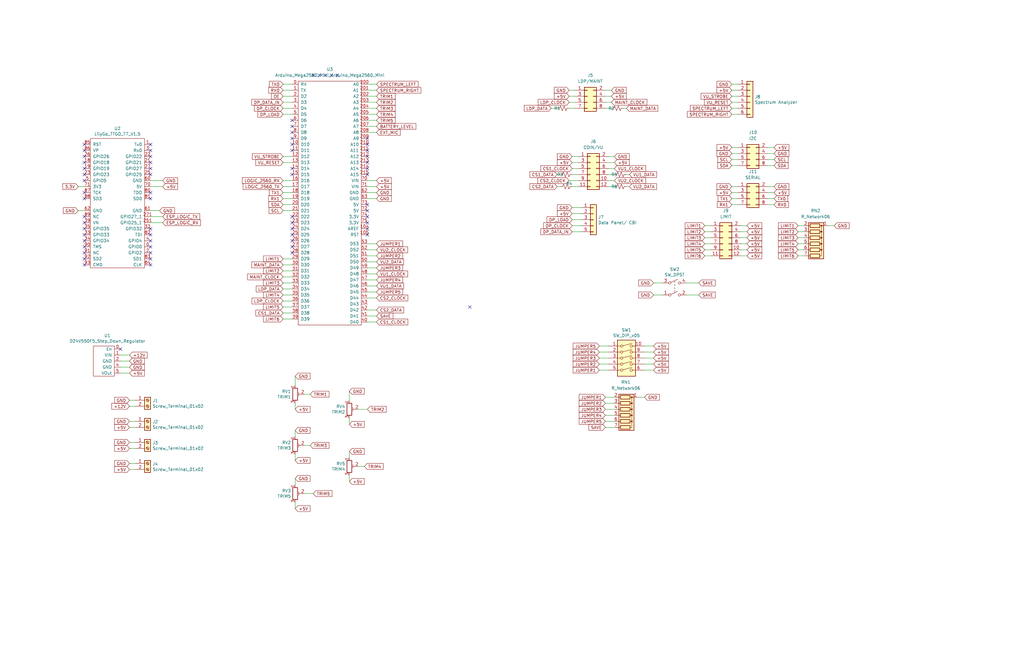
<source format=kicad_sch>
(kicad_sch (version 20211123) (generator eeschema)
  (paper "USLedger")
  (no_connect (at 63.5 73.66))
  (no_connect (at 35.56 63.5))
  (no_connect (at 63.5 111.76))
  (no_connect (at 35.56 66.04))
  (no_connect (at 123.19 73.66))
  (no_connect (at 123.19 60.96))
  (no_connect (at 123.19 106.68))
  (no_connect (at 154.94 73.66))
  (no_connect (at 154.94 66.04))
  (no_connect (at 142.24 31.75))
  (no_connect (at 63.5 99.06))
  (no_connect (at 35.56 91.44))
  (no_connect (at 123.19 71.12))
  (no_connect (at 123.19 63.5))
  (no_connect (at 154.94 99.06))
  (no_connect (at 154.94 96.52))
  (no_connect (at 154.94 93.98))
  (no_connect (at 154.94 91.44))
  (no_connect (at 154.94 88.9))
  (no_connect (at 154.94 86.36))
  (no_connect (at 198.12 129.54))
  (no_connect (at 123.19 93.98))
  (no_connect (at 123.19 99.06))
  (no_connect (at 63.5 68.58))
  (no_connect (at 35.56 68.58))
  (no_connect (at 123.19 91.44))
  (no_connect (at 139.7 31.75))
  (no_connect (at 154.94 58.42))
  (no_connect (at 35.56 106.68))
  (no_connect (at 63.5 71.12))
  (no_connect (at 123.19 58.42))
  (no_connect (at 35.56 60.96))
  (no_connect (at 35.56 99.06))
  (no_connect (at 35.56 104.14))
  (no_connect (at 134.62 31.75))
  (no_connect (at 35.56 76.2))
  (no_connect (at 154.94 60.96))
  (no_connect (at 63.5 106.68))
  (no_connect (at 63.5 83.82))
  (no_connect (at 154.94 71.12))
  (no_connect (at 123.19 53.34))
  (no_connect (at 132.08 31.75))
  (no_connect (at 123.19 55.88))
  (no_connect (at 123.19 104.14))
  (no_connect (at 35.56 81.28))
  (no_connect (at 50.8 147.32))
  (no_connect (at 35.56 109.22))
  (no_connect (at 63.5 81.28))
  (no_connect (at 123.19 101.6))
  (no_connect (at 154.94 63.5))
  (no_connect (at 63.5 60.96))
  (no_connect (at 63.5 96.52))
  (no_connect (at 35.56 73.66))
  (no_connect (at 63.5 63.5))
  (no_connect (at 35.56 96.52))
  (no_connect (at 63.5 66.04))
  (no_connect (at 35.56 83.82))
  (no_connect (at 35.56 93.98))
  (no_connect (at 35.56 111.76))
  (no_connect (at 35.56 71.12))
  (no_connect (at 154.94 68.58))
  (no_connect (at 63.5 101.6))
  (no_connect (at 63.5 104.14))
  (no_connect (at 63.5 109.22))
  (no_connect (at 35.56 101.6))
  (no_connect (at 123.19 50.8))
  (no_connect (at 137.16 31.75))
  (no_connect (at 123.19 96.52))
  (wire (pts (xy 154.94 38.1) (xy 158.75 38.1)))
  (wire (pts (xy 264.16 73.66) (xy 265.43 73.66)))
  (wire (pts (xy 154.94 50.8) (xy 158.75 50.8)))
  (wire (pts (xy 154.94 115.57) (xy 158.75 115.57)))
  (wire (pts (xy 124.46 162.56) (xy 124.46 158.75)))
  (wire (pts (xy 349.25 95.25) (xy 351.79 95.25)))
  (wire (pts (xy 154.94 125.73) (xy 158.75 125.73)))
  (wire (pts (xy 154.94 118.11) (xy 158.75 118.11)))
  (wire (pts (xy 299.72 100.33) (xy 297.18 100.33)))
  (wire (pts (xy 123.19 43.18) (xy 119.38 43.18)))
  (wire (pts (xy 147.32 176.53) (xy 147.32 179.07)))
  (wire (pts (xy 50.8 154.94) (xy 54.61 154.94)))
  (wire (pts (xy 323.85 64.77) (xy 326.39 64.77)))
  (wire (pts (xy 147.32 193.04) (xy 147.32 190.5)))
  (wire (pts (xy 311.15 35.56) (xy 308.61 35.56)))
  (wire (pts (xy 57.15 198.12) (xy 54.61 198.12)))
  (wire (pts (xy 262.89 45.72) (xy 264.16 45.72)))
  (wire (pts (xy 151.13 172.72) (xy 154.94 172.72)))
  (wire (pts (xy 57.15 171.45) (xy 54.61 171.45)))
  (wire (pts (xy 123.19 134.62) (xy 119.38 134.62)))
  (wire (pts (xy 323.85 67.31) (xy 326.39 67.31)))
  (wire (pts (xy 311.15 62.23) (xy 308.61 62.23)))
  (wire (pts (xy 57.15 189.23) (xy 54.61 189.23)))
  (wire (pts (xy 256.54 151.13) (xy 252.73 151.13)))
  (wire (pts (xy 57.15 195.58) (xy 54.61 195.58)))
  (wire (pts (xy 299.72 105.41) (xy 297.18 105.41)))
  (wire (pts (xy 289.56 119.38) (xy 294.64 119.38)))
  (wire (pts (xy 123.19 132.08) (xy 119.38 132.08)))
  (wire (pts (xy 255.27 38.1) (xy 257.81 38.1)))
  (wire (pts (xy 312.42 97.79) (xy 314.96 97.79)))
  (wire (pts (xy 63.5 91.44) (xy 68.58 91.44)))
  (wire (pts (xy 123.19 119.38) (xy 119.38 119.38)))
  (wire (pts (xy 147.32 200.66) (xy 147.32 203.2)))
  (wire (pts (xy 242.57 38.1) (xy 240.03 38.1)))
  (wire (pts (xy 312.42 105.41) (xy 314.96 105.41)))
  (wire (pts (xy 123.19 81.28) (xy 119.38 81.28)))
  (wire (pts (xy 154.94 102.87) (xy 158.75 102.87)))
  (wire (pts (xy 123.19 38.1) (xy 119.38 38.1)))
  (wire (pts (xy 271.78 146.05) (xy 275.59 146.05)))
  (wire (pts (xy 255.27 45.72) (xy 257.81 45.72)))
  (wire (pts (xy 323.85 83.82) (xy 326.39 83.82)))
  (wire (pts (xy 123.19 124.46) (xy 119.38 124.46)))
  (wire (pts (xy 123.19 76.2) (xy 119.38 76.2)))
  (wire (pts (xy 123.19 127) (xy 119.38 127)))
  (wire (pts (xy 123.19 116.84) (xy 119.38 116.84)))
  (wire (pts (xy 154.94 78.74) (xy 158.75 78.74)))
  (wire (pts (xy 311.15 67.31) (xy 308.61 67.31)))
  (wire (pts (xy 154.94 55.88) (xy 158.75 55.88)))
  (wire (pts (xy 57.15 186.69) (xy 54.61 186.69)))
  (wire (pts (xy 311.15 45.72) (xy 308.61 45.72)))
  (wire (pts (xy 147.32 168.91) (xy 147.32 165.1)))
  (wire (pts (xy 245.11 97.79) (xy 241.3 97.79)))
  (wire (pts (xy 63.5 76.2) (xy 68.58 76.2)))
  (wire (pts (xy 154.94 135.89) (xy 158.75 135.89)))
  (wire (pts (xy 63.5 88.9) (xy 67.31 88.9)))
  (wire (pts (xy 50.8 149.86) (xy 54.61 149.86)))
  (wire (pts (xy 124.46 204.47) (xy 124.46 201.93)))
  (wire (pts (xy 256.54 78.74) (xy 259.08 78.74)))
  (wire (pts (xy 279.4 124.46) (xy 275.59 124.46)))
  (wire (pts (xy 123.19 35.56) (xy 119.38 35.56)))
  (wire (pts (xy 242.57 43.18) (xy 240.03 43.18)))
  (wire (pts (xy 299.72 97.79) (xy 297.18 97.79)))
  (wire (pts (xy 339.09 100.33) (xy 336.55 100.33)))
  (wire (pts (xy 245.11 87.63) (xy 241.3 87.63)))
  (wire (pts (xy 154.94 105.41) (xy 158.75 105.41)))
  (wire (pts (xy 123.19 78.74) (xy 119.38 78.74)))
  (wire (pts (xy 299.72 95.25) (xy 297.18 95.25)))
  (wire (pts (xy 123.19 86.36) (xy 119.38 86.36)))
  (wire (pts (xy 256.54 66.04) (xy 259.08 66.04)))
  (wire (pts (xy 312.42 107.95) (xy 314.96 107.95)))
  (wire (pts (xy 154.94 43.18) (xy 158.75 43.18)))
  (wire (pts (xy 259.08 172.72) (xy 255.27 172.72)))
  (wire (pts (xy 311.15 78.74) (xy 308.61 78.74)))
  (wire (pts (xy 311.15 86.36) (xy 308.61 86.36)))
  (wire (pts (xy 245.11 90.17) (xy 241.3 90.17)))
  (wire (pts (xy 339.09 107.95) (xy 336.55 107.95)))
  (wire (pts (xy 311.15 48.26) (xy 308.61 48.26)))
  (wire (pts (xy 311.15 38.1) (xy 308.61 38.1)))
  (wire (pts (xy 259.08 177.8) (xy 255.27 177.8)))
  (wire (pts (xy 50.8 157.48) (xy 54.61 157.48)))
  (wire (pts (xy 154.94 53.34) (xy 158.75 53.34)))
  (wire (pts (xy 256.54 71.12) (xy 259.08 71.12)))
  (wire (pts (xy 256.54 148.59) (xy 252.73 148.59)))
  (wire (pts (xy 236.22 78.74) (xy 234.95 78.74)))
  (wire (pts (xy 256.54 76.2) (xy 259.08 76.2)))
  (wire (pts (xy 57.15 177.8) (xy 54.61 177.8)))
  (wire (pts (xy 123.19 83.82) (xy 119.38 83.82)))
  (wire (pts (xy 256.54 153.67) (xy 252.73 153.67)))
  (wire (pts (xy 154.94 40.64) (xy 158.75 40.64)))
  (wire (pts (xy 154.94 110.49) (xy 158.75 110.49)))
  (wire (pts (xy 35.56 78.74) (xy 33.02 78.74)))
  (wire (pts (xy 242.57 40.64) (xy 240.03 40.64)))
  (wire (pts (xy 323.85 69.85) (xy 326.39 69.85)))
  (wire (pts (xy 264.16 78.74) (xy 265.43 78.74)))
  (wire (pts (xy 123.19 129.54) (xy 119.38 129.54)))
  (wire (pts (xy 128.27 187.96) (xy 130.81 187.96)))
  (wire (pts (xy 154.94 76.2) (xy 158.75 76.2)))
  (wire (pts (xy 255.27 43.18) (xy 257.81 43.18)))
  (wire (pts (xy 243.84 71.12) (xy 241.3 71.12)))
  (wire (pts (xy 123.19 121.92) (xy 119.38 121.92)))
  (wire (pts (xy 234.95 45.72) (xy 232.41 45.72)))
  (wire (pts (xy 256.54 156.21) (xy 252.73 156.21)))
  (wire (pts (xy 154.94 35.56) (xy 158.75 35.56)))
  (wire (pts (xy 123.19 68.58) (xy 119.38 68.58)))
  (wire (pts (xy 154.94 120.65) (xy 158.75 120.65)))
  (wire (pts (xy 312.42 95.25) (xy 314.96 95.25)))
  (wire (pts (xy 154.94 83.82) (xy 158.75 83.82)))
  (wire (pts (xy 242.57 45.72) (xy 240.03 45.72)))
  (wire (pts (xy 256.54 68.58) (xy 259.08 68.58)))
  (wire (pts (xy 279.4 119.38) (xy 275.59 119.38)))
  (wire (pts (xy 271.78 148.59) (xy 275.59 148.59)))
  (wire (pts (xy 123.19 88.9) (xy 119.38 88.9)))
  (wire (pts (xy 323.85 81.28) (xy 326.39 81.28)))
  (wire (pts (xy 154.94 107.95) (xy 158.75 107.95)))
  (wire (pts (xy 123.19 109.22) (xy 119.38 109.22)))
  (wire (pts (xy 154.94 113.03) (xy 158.75 113.03)))
  (wire (pts (xy 323.85 62.23) (xy 326.39 62.23)))
  (wire (pts (xy 240.03 76.2) (xy 243.84 76.2)))
  (wire (pts (xy 271.78 153.67) (xy 275.59 153.67)))
  (wire (pts (xy 63.5 93.98) (xy 68.58 93.98)))
  (wire (pts (xy 128.27 208.28) (xy 132.08 208.28)))
  (wire (pts (xy 271.78 156.21) (xy 275.59 156.21)))
  (wire (pts (xy 154.94 48.26) (xy 158.75 48.26)))
  (wire (pts (xy 311.15 69.85) (xy 308.61 69.85)))
  (wire (pts (xy 124.46 170.18) (xy 124.46 172.72)))
  (wire (pts (xy 57.15 168.91) (xy 54.61 168.91)))
  (wire (pts (xy 123.19 111.76) (xy 119.38 111.76)))
  (wire (pts (xy 123.19 66.04) (xy 119.38 66.04)))
  (wire (pts (xy 339.09 102.87) (xy 336.55 102.87)))
  (wire (pts (xy 128.27 166.37) (xy 130.81 166.37)))
  (wire (pts (xy 259.08 167.64) (xy 255.27 167.64)))
  (wire (pts (xy 123.19 40.64) (xy 119.38 40.64)))
  (wire (pts (xy 245.11 92.71) (xy 241.3 92.71)))
  (wire (pts (xy 256.54 73.66) (xy 259.08 73.66)))
  (wire (pts (xy 63.5 78.74) (xy 68.58 78.74)))
  (wire (pts (xy 311.15 81.28) (xy 308.61 81.28)))
  (wire (pts (xy 123.19 45.72) (xy 119.38 45.72)))
  (wire (pts (xy 124.46 212.09) (xy 124.46 214.63)))
  (wire (pts (xy 154.94 130.81) (xy 158.75 130.81)))
  (wire (pts (xy 243.84 66.04) (xy 241.3 66.04)))
  (wire (pts (xy 311.15 83.82) (xy 308.61 83.82)))
  (wire (pts (xy 311.15 43.18) (xy 308.61 43.18)))
  (wire (pts (xy 123.19 114.3) (xy 119.38 114.3)))
  (wire (pts (xy 339.09 97.79) (xy 336.55 97.79)))
  (wire (pts (xy 339.09 95.25) (xy 336.55 95.25)))
  (wire (pts (xy 299.72 107.95) (xy 297.18 107.95)))
  (wire (pts (xy 299.72 102.87) (xy 297.18 102.87)))
  (wire (pts (xy 151.13 196.85) (xy 153.67 196.85)))
  (wire (pts (xy 243.84 68.58) (xy 241.3 68.58)))
  (wire (pts (xy 245.11 95.25) (xy 241.3 95.25)))
  (wire (pts (xy 269.24 167.64) (xy 271.78 167.64)))
  (wire (pts (xy 323.85 78.74) (xy 326.39 78.74)))
  (wire (pts (xy 154.94 123.19) (xy 158.75 123.19)))
  (wire (pts (xy 311.15 40.64) (xy 308.61 40.64)))
  (wire (pts (xy 312.42 102.87) (xy 314.96 102.87)))
  (wire (pts (xy 35.56 88.9) (xy 33.02 88.9)))
  (wire (pts (xy 124.46 184.15) (xy 124.46 181.61)))
  (wire (pts (xy 154.94 81.28) (xy 158.75 81.28)))
  (wire (pts (xy 154.94 45.72) (xy 158.75 45.72)))
  (wire (pts (xy 259.08 175.26) (xy 255.27 175.26)))
  (wire (pts (xy 243.84 78.74) (xy 241.3 78.74)))
  (wire (pts (xy 57.15 180.34) (xy 54.61 180.34)))
  (wire (pts (xy 124.46 191.77) (xy 124.46 194.31)))
  (wire (pts (xy 271.78 151.13) (xy 275.59 151.13)))
  (wire (pts (xy 154.94 133.35) (xy 158.75 133.35)))
  (wire (pts (xy 289.56 124.46) (xy 294.64 124.46)))
  (wire (pts (xy 123.19 48.26) (xy 119.38 48.26)))
  (wire (pts (xy 236.22 73.66) (xy 234.95 73.66)))
  (wire (pts (xy 259.08 180.34) (xy 255.27 180.34)))
  (wire (pts (xy 323.85 86.36) (xy 326.39 86.36)))
  (wire (pts (xy 311.15 64.77) (xy 308.61 64.77)))
  (wire (pts (xy 339.09 105.41) (xy 336.55 105.41)))
  (wire (pts (xy 50.8 152.4) (xy 54.61 152.4)))
  (wire (pts (xy 255.27 40.64) (xy 257.81 40.64)))
  (wire (pts (xy 259.08 170.18) (xy 255.27 170.18)))
  (wire (pts (xy 243.84 73.66) (xy 241.3 73.66)))
  (wire (pts (xy 256.54 146.05) (xy 252.73 146.05)))
  (wire (pts (xy 312.42 100.33) (xy 314.96 100.33)))
  (global_label "JUMPER3" (shape input) (at 255.27 172.72 180) (property "Intersheet References" "${INTERSHEET_REFS}" (effects hide)))
  (global_label "+5V" (shape input) (at 241.3 90.17 180) (property "Intersheet References" "${INTERSHEET_REFS}" (effects hide)))
  (global_label "GND" (shape input) (at 68.58 76.2 0) (property "Intersheet References" "${INTERSHEET_REFS}" (effects hide)))
  (global_label "LIMIT4" (shape input) (at 336.55 102.87 180) (property "Intersheet References" "${INTERSHEET_REFS}" (effects hide)))
  (global_label "LIMIT4" (shape input) (at 297.18 102.87 180) (property "Intersheet References" "${INTERSHEET_REFS}" (effects hide)))
  (global_label "JUMPER5" (shape input) (at 158.75 123.19 0) (property "Intersheet References" "${INTERSHEET_REFS}" (effects hide)))
  (global_label "JUMPER5" (shape input) (at 252.73 146.05 180) (property "Intersheet References" "${INTERSHEET_REFS}" (effects hide)))
  (global_label "GND" (shape input) (at 33.02 88.9 180) (property "Intersheet References" "${INTERSHEET_REFS}" (effects hide)))
  (global_label "GND" (shape input) (at 271.78 167.64 0) (property "Intersheet References" "${INTERSHEET_REFS}" (effects hide)))
  (global_label "GND" (shape input) (at 124.46 201.93 0) (property "Intersheet References" "${INTERSHEET_REFS}" (effects hide)))
  (global_label "LIMIT1" (shape input) (at 297.18 95.25 180) (property "Intersheet References" "${INTERSHEET_REFS}" (effects hide)))
  (global_label "CS2_DATA" (shape input) (at 234.95 78.74 180) (property "Intersheet References" "${INTERSHEET_REFS}" (effects hide)))
  (global_label "SAVE" (shape input) (at 255.27 180.34 180) (property "Intersheet References" "${INTERSHEET_REFS}" (effects hide)))
  (global_label "VU_RESET" (shape input) (at 308.61 43.18 180) (property "Intersheet References" "${INTERSHEET_REFS}" (effects hide)))
  (global_label "+5V" (shape input) (at 54.61 198.12 180) (property "Intersheet References" "${INTERSHEET_REFS}" (effects hide)))
  (global_label "LOGIC_2560_RX" (shape input) (at 119.38 76.2 180) (property "Intersheet References" "${INTERSHEET_REFS}" (effects hide)))
  (global_label "JUMPER4" (shape input) (at 255.27 175.26 180) (property "Intersheet References" "${INTERSHEET_REFS}" (effects hide)))
  (global_label "TRIM1" (shape input) (at 130.81 166.37 0) (property "Intersheet References" "${INTERSHEET_REFS}" (effects hide)))
  (global_label "LIMIT2" (shape input) (at 119.38 114.3 180) (property "Intersheet References" "${INTERSHEET_REFS}" (effects hide)))
  (global_label "MAINT_CLOCK" (shape input) (at 119.38 116.84 180) (property "Intersheet References" "${INTERSHEET_REFS}" (effects hide)))
  (global_label "GND" (shape input) (at 241.3 87.63 180) (property "Intersheet References" "${INTERSHEET_REFS}" (effects hide)))
  (global_label "+5V" (shape input) (at 314.96 105.41 0) (property "Intersheet References" "${INTERSHEET_REFS}" (effects hide)))
  (global_label "CS2_CLOCK" (shape input) (at 158.75 125.73 0) (property "Intersheet References" "${INTERSHEET_REFS}" (effects hide)))
  (global_label "+5V" (shape input) (at 54.61 180.34 180) (property "Intersheet References" "${INTERSHEET_REFS}" (effects hide)))
  (global_label "MAINT_CLOCK" (shape input) (at 257.81 43.18 0) (property "Intersheet References" "${INTERSHEET_REFS}" (effects hide)))
  (global_label "+5V" (shape input) (at 54.61 189.23 180) (property "Intersheet References" "${INTERSHEET_REFS}" (effects hide)))
  (global_label "LOGIC_2560_TX" (shape input) (at 119.38 78.74 180) (property "Intersheet References" "${INTERSHEET_REFS}" (effects hide)))
  (global_label "TRIM4" (shape input) (at 158.75 48.26 0) (property "Intersheet References" "${INTERSHEET_REFS}" (effects hide)))
  (global_label "BATTERY_LEVEL" (shape input) (at 158.75 53.34 0) (property "Intersheet References" "${INTERSHEET_REFS}" (effects hide)))
  (global_label "+5V" (shape input) (at 326.39 81.28 0) (property "Intersheet References" "${INTERSHEET_REFS}" (effects hide)))
  (global_label "VU2_DATA" (shape input) (at 265.43 78.74 0) (property "Intersheet References" "${INTERSHEET_REFS}" (effects hide)))
  (global_label "GND" (shape input) (at 54.61 168.91 180) (property "Intersheet References" "${INTERSHEET_REFS}" (effects hide)))
  (global_label "+5V" (shape input) (at 275.59 151.13 0) (property "Intersheet References" "${INTERSHEET_REFS}" (effects hide)))
  (global_label "CS2_DATA" (shape input) (at 158.75 130.81 0) (property "Intersheet References" "${INTERSHEET_REFS}" (effects hide)))
  (global_label "JUMPER1" (shape input) (at 255.27 167.64 180) (property "Intersheet References" "${INTERSHEET_REFS}" (effects hide)))
  (global_label "LIMIT5" (shape input) (at 119.38 129.54 180) (property "Intersheet References" "${INTERSHEET_REFS}" (effects hide)))
  (global_label "JUMPER3" (shape input) (at 252.73 151.13 180) (property "Intersheet References" "${INTERSHEET_REFS}" (effects hide)))
  (global_label "JUMPER4" (shape input) (at 252.73 148.59 180) (property "Intersheet References" "${INTERSHEET_REFS}" (effects hide)))
  (global_label "RX1" (shape input) (at 119.38 83.82 180) (property "Intersheet References" "${INTERSHEET_REFS}" (effects hide)))
  (global_label "+5V" (shape input) (at 158.75 76.2 0) (property "Intersheet References" "${INTERSHEET_REFS}" (effects hide)))
  (global_label "RX0" (shape input) (at 326.39 86.36 0) (property "Intersheet References" "${INTERSHEET_REFS}" (effects hide)))
  (global_label "JUMPER5" (shape input) (at 255.27 177.8 180) (property "Intersheet References" "${INTERSHEET_REFS}" (effects hide)))
  (global_label "LIMIT5" (shape input) (at 336.55 105.41 180) (property "Intersheet References" "${INTERSHEET_REFS}" (effects hide)))
  (global_label "+5V" (shape input) (at 147.32 203.2 0) (property "Intersheet References" "${INTERSHEET_REFS}" (effects hide)))
  (global_label "VU1_DATA" (shape input) (at 158.75 120.65 0) (property "Intersheet References" "${INTERSHEET_REFS}" (effects hide)))
  (global_label "+5V" (shape input) (at 308.61 38.1 180) (property "Intersheet References" "${INTERSHEET_REFS}" (effects hide)))
  (global_label "LIMIT3" (shape input) (at 119.38 119.38 180) (property "Intersheet References" "${INTERSHEET_REFS}" (effects hide)))
  (global_label "VU2_DATA" (shape input) (at 158.75 110.49 0) (property "Intersheet References" "${INTERSHEET_REFS}" (effects hide)))
  (global_label "+5V" (shape input) (at 314.96 100.33 0) (property "Intersheet References" "${INTERSHEET_REFS}" (effects hide)))
  (global_label "GND" (shape input) (at 326.39 64.77 0) (property "Intersheet References" "${INTERSHEET_REFS}" (effects hide)))
  (global_label "VU_STROBE" (shape input) (at 119.38 66.04 180) (property "Intersheet References" "${INTERSHEET_REFS}" (effects hide)))
  (global_label "DP_CLOCK" (shape input) (at 241.3 95.25 180) (property "Intersheet References" "${INTERSHEET_REFS}" (effects hide)))
  (global_label "LDP_CLOCK" (shape input) (at 240.03 43.18 180) (property "Intersheet References" "${INTERSHEET_REFS}" (effects hide)))
  (global_label "LIMIT3" (shape input) (at 336.55 100.33 180) (property "Intersheet References" "${INTERSHEET_REFS}" (effects hide)))
  (global_label "3.3V" (shape input) (at 33.02 78.74 180) (property "Intersheet References" "${INTERSHEET_REFS}" (effects hide)))
  (global_label "JUMPER4" (shape input) (at 158.75 118.11 0) (property "Intersheet References" "${INTERSHEET_REFS}" (effects hide)))
  (global_label "CS1_DATA" (shape input) (at 234.95 73.66 180) (property "Intersheet References" "${INTERSHEET_REFS}" (effects hide)))
  (global_label "GND" (shape input) (at 54.61 186.69 180) (property "Intersheet References" "${INTERSHEET_REFS}" (effects hide)))
  (global_label "VU2_CLOCK" (shape input) (at 259.08 76.2 0) (property "Intersheet References" "${INTERSHEET_REFS}" (effects hide)))
  (global_label "VU_RESET" (shape input) (at 119.38 68.58 180) (property "Intersheet References" "${INTERSHEET_REFS}" (effects hide)))
  (global_label "LIMIT4" (shape input) (at 119.38 124.46 180) (property "Intersheet References" "${INTERSHEET_REFS}" (effects hide)))
  (global_label "JUMPER2" (shape input) (at 158.75 107.95 0) (property "Intersheet References" "${INTERSHEET_REFS}" (effects hide)))
  (global_label "CS1_CLOCK" (shape input) (at 158.75 135.89 0) (property "Intersheet References" "${INTERSHEET_REFS}" (effects hide)))
  (global_label "GND" (shape input) (at 147.32 190.5 0) (property "Intersheet References" "${INTERSHEET_REFS}" (effects hide)))
  (global_label "GND" (shape input) (at 54.61 152.4 0) (property "Intersheet References" "${INTERSHEET_REFS}" (effects hide)))
  (global_label "GND" (shape input) (at 351.79 95.25 0) (property "Intersheet References" "${INTERSHEET_REFS}" (effects hide)))
  (global_label "LIMIT6" (shape input) (at 119.38 134.62 180) (property "Intersheet References" "${INTERSHEET_REFS}" (effects hide)))
  (global_label "GND" (shape input) (at 158.75 83.82 0) (property "Intersheet References" "${INTERSHEET_REFS}" (effects hide)))
  (global_label "+5V" (shape input) (at 124.46 214.63 0) (property "Intersheet References" "${INTERSHEET_REFS}" (effects hide)))
  (global_label "TRIM2" (shape input) (at 154.94 172.72 0) (property "Intersheet References" "${INTERSHEET_REFS}" (effects hide)))
  (global_label "LDP_DATA" (shape input) (at 119.38 121.92 180) (property "Intersheet References" "${INTERSHEET_REFS}" (effects hide)))
  (global_label "GND" (shape input) (at 67.31 88.9 0) (property "Intersheet References" "${INTERSHEET_REFS}" (effects hide)))
  (global_label "GND" (shape input) (at 124.46 158.75 0) (property "Intersheet References" "${INTERSHEET_REFS}" (effects hide)))
  (global_label "+5V" (shape input) (at 314.96 95.25 0) (property "Intersheet References" "${INTERSHEET_REFS}" (effects hide)))
  (global_label "GND" (shape input) (at 54.61 177.8 180) (property "Intersheet References" "${INTERSHEET_REFS}" (effects hide)))
  (global_label "TX0" (shape input) (at 119.38 35.56 180) (property "Intersheet References" "${INTERSHEET_REFS}" (effects hide)))
  (global_label "ESP_LOGIC_RX" (shape input) (at 68.58 93.98 0) (property "Intersheet References" "${INTERSHEET_REFS}" (effects hide)))
  (global_label "GND" (shape input) (at 54.61 154.94 0) (property "Intersheet References" "${INTERSHEET_REFS}" (effects hide)))
  (global_label "+5V" (shape input) (at 259.08 68.58 0) (property "Intersheet References" "${INTERSHEET_REFS}" (effects hide)))
  (global_label "GND" (shape input) (at 158.75 81.28 0) (property "Intersheet References" "${INTERSHEET_REFS}" (effects hide)))
  (global_label "CS2_CLOCK" (shape input) (at 240.03 76.2 180) (property "Intersheet References" "${INTERSHEET_REFS}" (effects hide)))
  (global_label "SPECTRUM_LEFT" (shape input) (at 308.61 45.72 180) (property "Intersheet References" "${INTERSHEET_REFS}" (effects hide)))
  (global_label "TX0" (shape input) (at 326.39 83.82 0) (property "Intersheet References" "${INTERSHEET_REFS}" (effects hide)))
  (global_label "GND" (shape input) (at 308.61 35.56 180) (property "Intersheet References" "${INTERSHEET_REFS}" (effects hide)))
  (global_label "LIMIT2" (shape input) (at 336.55 97.79 180) (property "Intersheet References" "${INTERSHEET_REFS}" (effects hide)))
  (global_label "OE" (shape input) (at 119.38 40.64 180) (property "Intersheet References" "${INTERSHEET_REFS}" (effects hide)))
  (global_label "MAINT_DATA" (shape input) (at 119.38 111.76 180) (property "Intersheet References" "${INTERSHEET_REFS}" (effects hide)))
  (global_label "DP_DATA_IN" (shape input) (at 241.3 97.79 180) (property "Intersheet References" "${INTERSHEET_REFS}" (effects hide)))
  (global_label "+5V" (shape input) (at 314.96 97.79 0) (property "Intersheet References" "${INTERSHEET_REFS}" (effects hide)))
  (global_label "LIMIT5" (shape input) (at 297.18 105.41 180) (property "Intersheet References" "${INTERSHEET_REFS}" (effects hide)))
  (global_label "+5V" (shape input) (at 158.75 78.74 0) (property "Intersheet References" "${INTERSHEET_REFS}" (effects hide)))
  (global_label "LIMIT2" (shape input) (at 297.18 97.79 180) (property "Intersheet References" "${INTERSHEET_REFS}" (effects hide)))
  (global_label "CS1_CLOCK" (shape input) (at 241.3 71.12 180) (property "Intersheet References" "${INTERSHEET_REFS}" (effects hide)))
  (global_label "LIMIT6" (shape input) (at 336.55 107.95 180) (property "Intersheet References" "${INTERSHEET_REFS}" (effects hide)))
  (global_label "GND" (shape input) (at 308.61 78.74 180) (property "Intersheet References" "${INTERSHEET_REFS}" (effects hide)))
  (global_label "+5V" (shape input) (at 275.59 156.21 0) (property "Intersheet References" "${INTERSHEET_REFS}" (effects hide)))
  (global_label "TRIM4" (shape input) (at 153.67 196.85 0) (property "Intersheet References" "${INTERSHEET_REFS}" (effects hide)))
  (global_label "JUMPER2" (shape input) (at 252.73 153.67 180) (property "Intersheet References" "${INTERSHEET_REFS}" (effects hide)))
  (global_label "LDP_DATA" (shape input) (at 232.41 45.72 180) (property "Intersheet References" "${INTERSHEET_REFS}" (effects hide)))
  (global_label "VU1_DATA" (shape input) (at 265.43 73.66 0) (property "Intersheet References" "${INTERSHEET_REFS}" (effects hide)))
  (global_label "SAVE" (shape input) (at 158.75 133.35 0) (property "Intersheet References" "${INTERSHEET_REFS}" (effects hide)))
  (global_label "JUMPER1" (shape input) (at 158.75 102.87 0) (property "Intersheet References" "${INTERSHEET_REFS}" (effects hide)))
  (global_label "SDA" (shape input) (at 119.38 86.36 180) (property "Intersheet References" "${INTERSHEET_REFS}" (effects hide)))
  (global_label "GND" (shape input) (at 275.59 124.46 180) (property "Intersheet References" "${INTERSHEET_REFS}" (effects hide)))
  (global_label "GND" (shape input) (at 240.03 38.1 180) (property "Intersheet References" "${INTERSHEET_REFS}" (effects hide)))
  (global_label "+5V" (shape input) (at 275.59 148.59 0) (property "Intersheet References" "${INTERSHEET_REFS}" (effects hide)))
  (global_label "DP_DATA_IN" (shape input) (at 119.38 43.18 180) (property "Intersheet References" "${INTERSHEET_REFS}" (effects hide)))
  (global_label "+5V" (shape input) (at 240.03 40.64 180) (property "Intersheet References" "${INTERSHEET_REFS}" (effects hide)))
  (global_label "VU_STROBE" (shape input) (at 308.61 40.64 180) (property "Intersheet References" "${INTERSHEET_REFS}" (effects hide)))
  (global_label "+5V" (shape input) (at 326.39 62.23 0) (property "Intersheet References" "${INTERSHEET_REFS}" (effects hide)))
  (global_label "CS1_DATA" (shape input) (at 119.38 132.08 180) (property "Intersheet References" "${INTERSHEET_REFS}" (effects hide)))
  (global_label "EXT_MIC" (shape input) (at 158.75 55.88 0) (property "Intersheet References" "${INTERSHEET_REFS}" (effects hide)))
  (global_label "GND" (shape input) (at 54.61 195.58 180) (property "Intersheet References" "${INTERSHEET_REFS}" (effects hide)))
  (global_label "+5V" (shape input) (at 308.61 62.23 180) (property "Intersheet References" "${INTERSHEET_REFS}" (effects hide)))
  (global_label "RX0" (shape input) (at 119.38 38.1 180) (property "Intersheet References" "${INTERSHEET_REFS}" (effects hide)))
  (global_label "TRIM3" (shape input) (at 158.75 45.72 0) (property "Intersheet References" "${INTERSHEET_REFS}" (effects hide)))
  (global_label "SDA" (shape input) (at 308.61 69.85 180) (property "Intersheet References" "${INTERSHEET_REFS}" (effects hide)))
  (global_label "SDA" (shape input) (at 326.39 69.85 0) (property "Intersheet References" "${INTERSHEET_REFS}" (effects hide)))
  (global_label "+5V" (shape input) (at 314.96 102.87 0) (property "Intersheet References" "${INTERSHEET_REFS}" (effects hide)))
  (global_label "TRIM3" (shape input) (at 130.81 187.96 0) (property "Intersheet References" "${INTERSHEET_REFS}" (effects hide)))
  (global_label "LIMIT1" (shape input) (at 336.55 95.25 180) (property "Intersheet References" "${INTERSHEET_REFS}" (effects hide)))
  (global_label "SAVE" (shape input) (at 294.64 124.46 0) (property "Intersheet References" "${INTERSHEET_REFS}" (effects hide)))
  (global_label "DP_LOAD" (shape input) (at 241.3 92.71 180) (property "Intersheet References" "${INTERSHEET_REFS}" (effects hide)))
  (global_label "+5V" (shape input) (at 275.59 146.05 0) (property "Intersheet References" "${INTERSHEET_REFS}" (effects hide)))
  (global_label "DP_CLOCK" (shape input) (at 119.38 45.72 180) (property "Intersheet References" "${INTERSHEET_REFS}" (effects hide)))
  (global_label "GND" (shape input) (at 259.08 66.04 0) (property "Intersheet References" "${INTERSHEET_REFS}" (effects hide)))
  (global_label "GND" (shape input) (at 326.39 78.74 0) (property "Intersheet References" "${INTERSHEET_REFS}" (effects hide)))
  (global_label "GND" (shape input) (at 257.81 38.1 0) (property "Intersheet References" "${INTERSHEET_REFS}" (effects hide)))
  (global_label "TX1" (shape input) (at 119.38 81.28 180) (property "Intersheet References" "${INTERSHEET_REFS}" (effects hide)))
  (global_label "GND" (shape input) (at 124.46 181.61 0) (property "Intersheet References" "${INTERSHEET_REFS}" (effects hide)))
  (global_label "JUMPER2" (shape input) (at 255.27 170.18 180) (property "Intersheet References" "${INTERSHEET_REFS}" (effects hide)))
  (global_label "VU1_CLOCK" (shape input) (at 158.75 115.57 0) (property "Intersheet References" "${INTERSHEET_REFS}" (effects hide)))
  (global_label "SPECTRUM_LEFT" (shape input) (at 158.75 35.56 0) (property "Intersheet References" "${INTERSHEET_REFS}" (effects hide)))
  (global_label "GND" (shape input) (at 275.59 119.38 180) (property "Intersheet References" "${INTERSHEET_REFS}" (effects hide)))
  (global_label "LIMIT6" (shape input) (at 297.18 107.95 180) (property "Intersheet References" "${INTERSHEET_REFS}" (effects hide)))
  (global_label "SCL" (shape input) (at 308.61 67.31 180) (property "Intersheet References" "${INTERSHEET_REFS}" (effects hide)))
  (global_label "VU1_CLOCK" (shape input) (at 259.08 71.12 0) (property "Intersheet References" "${INTERSHEET_REFS}" (effects hide)))
  (global_label "TRIM1" (shape input) (at 158.75 40.64 0) (property "Intersheet References" "${INTERSHEET_REFS}" (effects hide)))
  (global_label "RX1" (shape input) (at 308.61 86.36 180) (property "Intersheet References" "${INTERSHEET_REFS}" (effects hide)))
  (global_label "SCL" (shape input) (at 119.38 88.9 180) (property "Intersheet References" "${INTERSHEET_REFS}" (effects hide)))
  (global_label "+5V" (shape input) (at 68.58 78.74 0) (property "Intersheet References" "${INTERSHEET_REFS}" (effects hide)))
  (global_label "+5V" (shape input) (at 308.61 81.28 180) (property "Intersheet References" "${INTERSHEET_REFS}" (effects hide)))
  (global_label "LIMIT3" (shape input) (at 297.18 100.33 180) (property "Intersheet References" "${INTERSHEET_REFS}" (effects hide)))
  (global_label "+5V" (shape input) (at 124.46 172.72 0) (property "Intersheet References" "${INTERSHEET_REFS}" (effects hide)))
  (global_label "TX1" (shape input) (at 308.61 83.82 180) (property "Intersheet References" "${INTERSHEET_REFS}" (effects hide)))
  (global_label "ESP_LOGIC_TX" (shape input) (at 68.58 91.44 0) (property "Intersheet References" "${INTERSHEET_REFS}" (effects hide)))
  (global_label "TRIM2" (shape input) (at 158.75 43.18 0) (property "Intersheet References" "${INTERSHEET_REFS}" (effects hide)))
  (global_label "TRIM5" (shape input) (at 158.75 50.8 0) (property "Intersheet References" "${INTERSHEET_REFS}" (effects hide)))
  (global_label "VU2_CLOCK" (shape input) (at 158.75 105.41 0) (property "Intersheet References" "${INTERSHEET_REFS}" (effects hide)))
  (global_label "+12V" (shape input) (at 54.61 149.86 0) (property "Intersheet References" "${INTERSHEET_REFS}" (effects hide)))
  (global_label "JUMPER1" (shape input) (at 252.73 156.21 180) (property "Intersheet References" "${INTERSHEET_REFS}" (effects hide)))
  (global_label "MAINT_DATA" (shape input) (at 264.16 45.72 0) (property "Intersheet References" "${INTERSHEET_REFS}" (effects hide)))
  (global_label "SPECTRUM_RIGHT" (shape input) (at 158.75 38.1 0) (property "Intersheet References" "${INTERSHEET_REFS}" (effects hide)))
  (global_label "+5V" (shape input) (at 147.32 179.07 0) (property "Intersheet References" "${INTERSHEET_REFS}" (effects hide)))
  (global_label "GND" (shape input) (at 308.61 64.77 180) (property "Intersheet References" "${INTERSHEET_REFS}" (effects hide)))
  (global_label "LDP_CLOCK" (shape input) (at 119.38 127 180) (property "Intersheet References" "${INTERSHEET_REFS}" (effects hide)))
  (global_label "+5V" (shape input) (at 241.3 68.58 180) (property "Intersheet References" "${INTERSHEET_REFS}" (effects hide)))
  (global_label "+5V" (shape input) (at 314.96 107.95 0) (property "Intersheet References" "${INTERSHEET_REFS}" (effects hide)))
  (global_label "LIMIT1" (shape input) (at 119.38 109.22 180) (property "Intersheet References" "${INTERSHEET_REFS}" (effects hide)))
  (global_label "+5V" (shape input) (at 275.59 153.67 0) (property "Intersheet References" "${INTERSHEET_REFS}" (effects hide)))
  (global_label "GND" (shape input) (at 241.3 66.04 180) (property "Intersheet References" "${INTERSHEET_REFS}" (effects hide)))
  (global_label "SCL" (shape input) (at 326.39 67.31 0) (property "Intersheet References" "${INTERSHEET_REFS}" (effects hide)))
  (global_label "DP_LOAD" (shape input) (at 119.38 48.26 180) (property "Intersheet References" "${INTERSHEET_REFS}" (effects hide)))
  (global_label "GND" (shape input) (at 147.32 165.1 0) (property "Intersheet References" "${INTERSHEET_REFS}" (effects hide)))
  (global_label "+12V" (shape input) (at 54.61 171.45 180) (property "Intersheet References" "${INTERSHEET_REFS}" (effects hide)))
  (global_label "+5V" (shape input) (at 257.81 40.64 0) (property "Intersheet References" "${INTERSHEET_REFS}" (effects hide)))
  (global_label "+5V" (shape input) (at 54.61 157.48 0) (property "Intersheet References" "${INTERSHEET_REFS}" (effects hide)))
  (global_label "+5V" (shape input) (at 124.46 194.31 0) (property "Intersheet References" "${INTERSHEET_REFS}" (effects hide)))
  (global_label "JUMPER3" (shape input) (at 158.75 113.03 0) (property "Intersheet References" "${INTERSHEET_REFS}" (effects hide)))
  (global_label "SAVE" (shape input) (at 294.64 119.38 0) (property "Intersheet References" "${INTERSHEET_REFS}" (effects hide)))
  (global_label "TRIM5" (shape input) (at 132.08 208.28 0) (property "Intersheet References" "${INTERSHEET_REFS}" (effects hide)))
  (global_label "SPECTRUM_RIGHT" (shape input) (at 308.61 48.26 180) (property "Intersheet References" "${INTERSHEET_REFS}" (effects hide)))
  (symbol (lib_id "Lilygo_TTGO_T7_V15:LilyGo_TTGO_T7_V1.5") (at 48.26 76.2 0) (unit 1)
    (property "Reference" "U2" (at 49.53 54.229 0))
    (property "Value" "LilyGo_TTGO_T7_V1.5" (at 49.53 56.5404 0))
    (property "Footprint" "ESP32:LILYGO_TTGO_T7_V1.5" (effects hide))
  )
  (symbol (lib_id "Pololu_D24V50F5_Step_Down_Regulator:D24V550F5_Step_Down_Regulator") (at 44.45 152.4 0) (unit 1)
    (property "Reference" "U1" (at 45.2882 141.605 0))
    (property "Value" "D24V550F5_Step_Down_Regulator" (at 45.2882 143.9164 0))
    (property "Footprint" "Pololu:D24V50F5_Step_Down_Regulator" (effects hide))
  )
  (symbol (lib_id "Device:R_POT_TRIM") (at 124.46 166.37 0) (unit 1)
    (property "Reference" "RV1" (at 122.682 165.2016 0) (effects (justify right)))
    (property "Value" "TRIM1" (at 122.682 167.513 0) (effects (justify right)))
    (property "Footprint" "Potentiometer_THT:Potentiometer_Bourns_3362P_Top" (effects hide))
  )
  (symbol (lib_id "Device:R_POT_TRIM") (at 147.32 172.72 0) (unit 1)
    (property "Reference" "RV4" (at 145.542 171.5516 0) (effects (justify right)))
    (property "Value" "TRIM2" (at 145.542 173.863 0) (effects (justify right)))
    (property "Footprint" "Potentiometer_THT:Potentiometer_Bourns_3362P_Top" (effects hide))
  )
  (symbol (lib_id "Device:R_POT_TRIM") (at 124.46 187.96 0) (unit 1)
    (property "Reference" "RV2" (at 122.7074 186.7916 0) (effects (justify right)))
    (property "Value" "TRIM3" (at 122.7074 189.103 0) (effects (justify right)))
    (property "Footprint" "Potentiometer_THT:Potentiometer_Bourns_3362P_Top" (effects hide))
  )
  (symbol (lib_id "Device:R_POT_TRIM") (at 147.32 196.85 0) (unit 1)
    (property "Reference" "RV5" (at 145.5674 195.6816 0) (effects (justify right)))
    (property "Value" "TRIM4" (at 145.5674 197.993 0) (effects (justify right)))
    (property "Footprint" "Potentiometer_THT:Potentiometer_Bourns_3362P_Top" (effects hide))
  )
  (symbol (lib_id "Device:R_POT_TRIM") (at 124.46 208.28 0) (unit 1)
    (property "Reference" "RV3" (at 122.7074 207.1116 0) (effects (justify right)))
    (property "Value" "TRIM5" (at 122.7074 209.423 0) (effects (justify right)))
    (property "Footprint" "Potentiometer_THT:Potentiometer_Bourns_3362P_Top" (effects hide))
  )
  (symbol (lib_id "Switch:SW_DIP_x05") (at 264.16 151.13 0) (unit 1)
    (property "Reference" "SW1" (at 264.16 139.2682 0))
    (property "Value" "SW_DIP_x05" (at 264.16 141.5796 0))
    (property "Footprint" "DIP_Switch_TE_5435640-3:DIP_Switch_TE_5435640-3" (effects hide))
  )
  (symbol (lib_id "Switch:SW_DPST") (at 284.48 121.92 0) (unit 1)
    (property "Reference" "SW2" (at 284.48 113.665 0))
    (property "Value" "SW_DPST" (at 284.48 115.9764 0))
    (property "Footprint" "Schurter_486-3458-ND_DPST_Momentary_Switch:Schurter_486-3458-ND_Momentary_Switch" (effects hide))
  )
  (symbol (lib_id "Connector_Generic:Conn_01x06") (at 316.23 40.64 0) (unit 1)
    (property "Reference" "J8" (at 318.262 40.8432 0) (effects (justify left)))
    (property "Value" "Spectrum Analyzer" (at 318.262 43.1546 0) (effects (justify left)))
    (property "Footprint" "Connector_PinHeader_2.54mm:PinHeader_1x06_P2.54mm_Vertical" (effects hide))
  )
  (symbol (lib_id "Connector_Generic:Conn_01x05") (at 250.19 92.71 0) (unit 1)
    (property "Reference" "J7" (at 252.222 91.6432 0) (effects (justify left)))
    (property "Value" "Data Panel/ CBI" (at 252.222 93.9546 0) (effects (justify left)))
    (property "Footprint" "Connector_PinHeader_2.54mm:PinHeader_1x05_P2.54mm_Vertical" (effects hide))
  )
  (symbol (lib_id "Device:R_Small_US") (at 237.49 45.72 270) (unit 1)
    (property "Reference" "R1" (at 234.95 45.72 90))
    (property "Value" "R_Small_US" (effects hide))
    (property "Footprint" "Resistor_THT:R_Axial_DIN0207_L6.3mm_D2.5mm_P10.16mm_Horizontal" (effects hide))
  )
  (symbol (lib_id "Device:R_Small_US") (at 238.76 78.74 270) (unit 1)
    (property "Reference" "R4" (at 240.03 77.47 90))
    (property "Value" "R_Small_US" (effects hide))
    (property "Footprint" "Resistor_THT:R_Axial_DIN0207_L6.3mm_D2.5mm_P10.16mm_Horizontal" (effects hide))
  )
  (symbol (lib_id "Device:R_Small_US") (at 260.35 45.72 90) (unit 1)
    (property "Reference" "R2" (at 257.81 45.72 90))
    (property "Value" "R_Small_US" (effects hide))
    (property "Footprint" "Resistor_THT:R_Axial_DIN0207_L6.3mm_D2.5mm_P10.16mm_Horizontal" (effects hide))
  )
  (symbol (lib_id "Device:R_Small_US") (at 238.76 73.66 270) (unit 1)
    (property "Reference" "R3" (at 236.22 73.66 90))
    (property "Value" "R_Small_US" (effects hide))
    (property "Footprint" "Resistor_THT:R_Axial_DIN0207_L6.3mm_D2.5mm_P10.16mm_Horizontal" (effects hide))
  )
  (symbol (lib_id "Device:R_Small_US") (at 261.62 73.66 90) (unit 1)
    (property "Reference" "R5" (at 259.08 73.66 90))
    (property "Value" "R_Small_US" (effects hide))
    (property "Footprint" "Resistor_THT:R_Axial_DIN0207_L6.3mm_D2.5mm_P10.16mm_Horizontal" (effects hide))
  )
  (symbol (lib_id "Device:R_Small_US") (at 261.62 78.74 90) (unit 1)
    (property "Reference" "R6" (at 259.08 78.74 90))
    (property "Value" "R_Small_US" (effects hide))
    (property "Footprint" "Resistor_THT:R_Axial_DIN0207_L6.3mm_D2.5mm_P10.16mm_Horizontal" (effects hide))
  )
  (symbol (lib_id "Connector:Screw_Terminal_01x02") (at 62.23 168.91 0) (unit 1)
    (property "Reference" "J1" (at 64.262 169.1132 0) (effects (justify left)))
    (property "Value" "Screw_Terminal_01x02" (at 64.262 171.4246 0) (effects (justify left)))
    (property "Footprint" "TerminalBlock_RND:TerminalBlock_RND_205-00287_1x02_P5.08mm_Horizontal" (effects hide))
  )
  (symbol (lib_id "Connector:Screw_Terminal_01x02") (at 62.23 177.8 0) (unit 1)
    (property "Reference" "J2" (at 64.262 178.0032 0) (effects (justify left)))
    (property "Value" "Screw_Terminal_01x02" (at 64.262 180.3146 0) (effects (justify left)))
    (property "Footprint" "TerminalBlock_RND:TerminalBlock_RND_205-00287_1x02_P5.08mm_Horizontal" (effects hide))
  )
  (symbol (lib_id "Connector:Screw_Terminal_01x02") (at 62.23 186.69 0) (unit 1)
    (property "Reference" "J3" (at 64.262 186.8932 0) (effects (justify left)))
    (property "Value" "Screw_Terminal_01x02" (at 64.262 189.2046 0) (effects (justify left)))
    (property "Footprint" "TerminalBlock_RND:TerminalBlock_RND_205-00287_1x02_P5.08mm_Horizontal" (effects hide))
  )
  (symbol (lib_id "Connector:Screw_Terminal_01x02") (at 62.23 195.58 0) (unit 1)
    (property "Reference" "J4" (at 64.262 195.7832 0) (effects (justify left)))
    (property "Value" "Screw_Terminal_01x02" (at 64.262 198.0946 0) (effects (justify left)))
    (property "Footprint" "TerminalBlock_RND:TerminalBlock_RND_205-00287_1x02_P5.08mm_Horizontal" (effects hide))
  )
  (symbol (lib_id "MCU_Module:Arduino_Mega2560_Mini_Arduino_Mega2560_Mini") (at 139.7 82.55 0) (unit 1)
    (property "Reference" "U3" (at 139.065 29.21 0))
    (property "Value" "Arduino_Mega2560_Mini_Arduino_Mega2560_Mini" (at 139.065 31.75 0))
    (property "Footprint" "Arduino_Mega_2560_Pro_Mini:Arduino_Mega_2560_Pro_MINI-Updated-Corrrect" (effects hide))
  )
  (symbol (lib_id "Connector_Generic:Conn_02x06_Odd_Even") (at 304.8 100.33 0) (unit 1)
    (property "Reference" "J9" (at 306.07 88.9 0))
    (property "Value" "LIMIT" (at 306.07 91.44 0))
    (property "Footprint" "Connector_PinHeader_2.54mm:PinHeader_2x06_P2.54mm_Vertical" (effects hide))
  )
  (symbol (lib_id "Connector_Generic:Conn_02x06_Odd_Even") (at 248.92 71.12 0) (unit 1)
    (property "Reference" "J6" (at 250.19 59.69 0))
    (property "Value" "COIN/VU" (at 250.19 62.23 0))
    (property "Footprint" "Connector_PinHeader_2.54mm:PinHeader_2x06_P2.54mm_Vertical" (effects hide))
  )
  (symbol (lib_id "Connector_Generic:Conn_02x04_Odd_Even") (at 316.23 64.77 0) (unit 1)
    (property "Reference" "J10" (at 317.5 55.88 0))
    (property "Value" "I2C" (at 317.5 58.42 0))
    (property "Footprint" "Connector_PinHeader_2.54mm:PinHeader_2x04_P2.54mm_Vertical" (effects hide))
  )
  (symbol (lib_id "Device:R_Network06") (at 344.17 102.87 270) (unit 1)
    (property "Reference" "RN2" (at 343.916 88.9 90))
    (property "Value" "R_Network06" (at 343.916 91.44 90))
    (property "Footprint" "Resistor_THT:R_Array_SIP7" (effects hide))
    (property "Datasheet" "http://www.vishay.com/docs/31509/csc.pdf" (effects hide))
  )
  (symbol (lib_id "Device:R_Network06") (at 264.16 175.26 270) (unit 1)
    (property "Reference" "RN1" (at 263.906 161.29 90))
    (property "Value" "R_Network06" (at 263.906 163.83 90))
    (property "Footprint" "Resistor_THT:R_Array_SIP7" (effects hide))
    (property "Datasheet" "http://www.vishay.com/docs/31509/csc.pdf" (effects hide))
  )
  (symbol (lib_id "Connector_Generic:Conn_02x04_Odd_Even") (at 316.23 81.28 0) (unit 1)
    (property "Reference" "J11" (at 317.5 72.39 0))
    (property "Value" "SERIAL" (at 317.5 74.93 0))
    (property "Footprint" "Connector_PinHeader_2.54mm:PinHeader_2x04_P2.54mm_Vertical" (effects hide))
  )
  (symbol (lib_id "Connector_Generic:Conn_02x04_Odd_Even") (at 247.65 40.64 0) (unit 1)
    (property "Reference" "J5" (at 248.92 31.75 0))
    (property "Value" "LDP/MAINT" (at 248.92 34.29 0))
    (property "Footprint" "Connector_PinHeader_2.54mm:PinHeader_2x04_P2.54mm_Vertical" (effects hide))
  )
)
</source>
